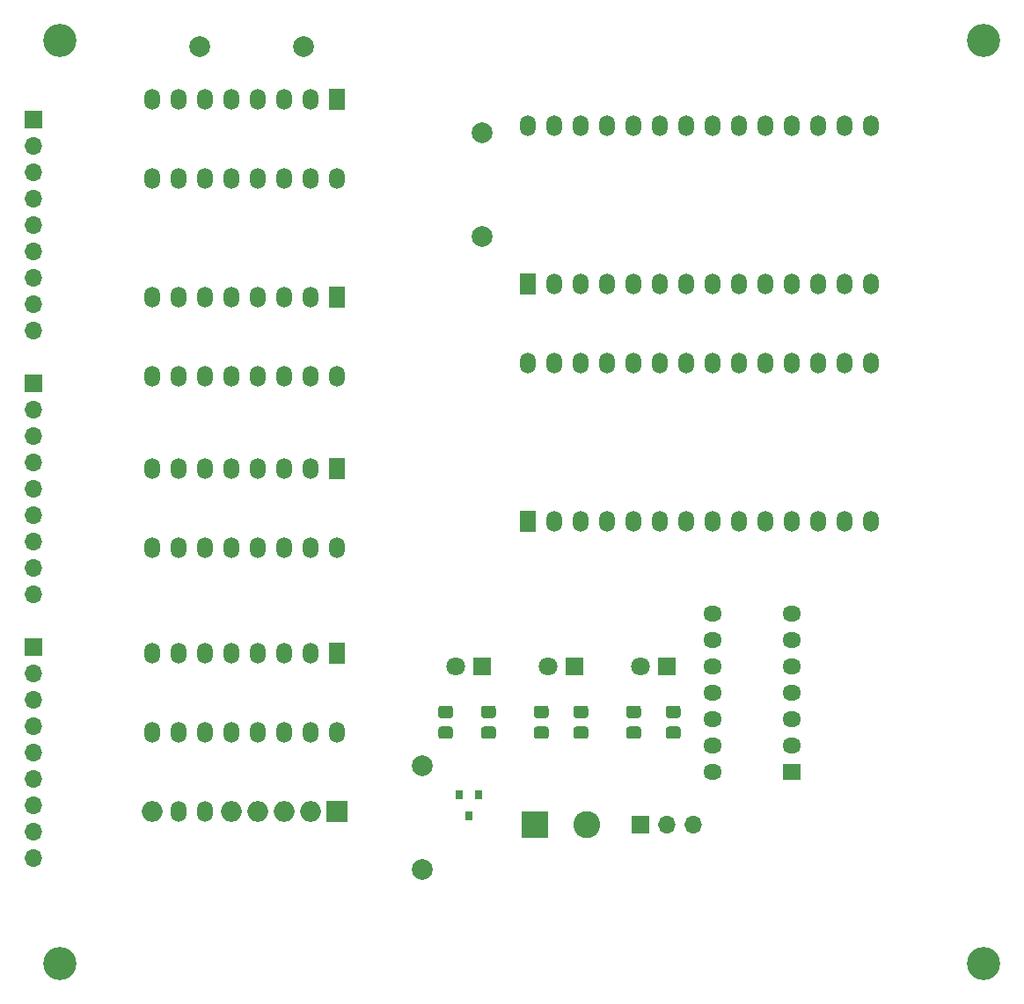
<source format=gbr>
G04 #@! TF.GenerationSoftware,KiCad,Pcbnew,(5.1.8)-1*
G04 #@! TF.CreationDate,2024-08-14T23:45:20+03:00*
G04 #@! TF.ProjectId,RAM,52414d2e-6b69-4636-9164-5f7063625858,rev?*
G04 #@! TF.SameCoordinates,PXc1c960PYc1c960*
G04 #@! TF.FileFunction,Soldermask,Top*
G04 #@! TF.FilePolarity,Negative*
%FSLAX46Y46*%
G04 Gerber Fmt 4.6, Leading zero omitted, Abs format (unit mm)*
G04 Created by KiCad (PCBNEW (5.1.8)-1) date 2024-08-14 23:45:20*
%MOMM*%
%LPD*%
G01*
G04 APERTURE LIST*
%ADD10O,1.700000X1.700000*%
%ADD11R,1.700000X1.700000*%
%ADD12C,2.600000*%
%ADD13R,2.600000X2.600000*%
%ADD14R,0.800000X0.900000*%
%ADD15C,2.000000*%
%ADD16C,1.800000*%
%ADD17R,1.800000X1.800000*%
%ADD18C,3.200000*%
%ADD19O,1.500000X2.000000*%
%ADD20R,1.500000X2.000000*%
%ADD21O,1.800000X1.500000*%
%ADD22R,1.800000X1.500000*%
%ADD23O,2.000000X2.000000*%
%ADD24R,2.000000X2.000000*%
G04 APERTURE END LIST*
D10*
X2540000Y-83820000D03*
X2540000Y-81280000D03*
X2540000Y-78740000D03*
X2540000Y-76200000D03*
X2540000Y-73660000D03*
X2540000Y-71120000D03*
X2540000Y-68580000D03*
X2540000Y-66040000D03*
D11*
X2540000Y-63500000D03*
D10*
X2540000Y-58420000D03*
X2540000Y-55880000D03*
X2540000Y-53340000D03*
X2540000Y-50800000D03*
X2540000Y-48260000D03*
X2540000Y-45720000D03*
X2540000Y-43180000D03*
X2540000Y-40640000D03*
D11*
X2540000Y-38100000D03*
D10*
X2540000Y-33020000D03*
X2540000Y-30480000D03*
X2540000Y-27940000D03*
X2540000Y-25400000D03*
X2540000Y-22860000D03*
X2540000Y-20320000D03*
X2540000Y-17780000D03*
X2540000Y-15240000D03*
D11*
X2540000Y-12700000D03*
D12*
X55800000Y-80645000D03*
D13*
X50800000Y-80645000D03*
D10*
X66040000Y-80645000D03*
X63500000Y-80645000D03*
D11*
X60960000Y-80645000D03*
D14*
X44450000Y-79740000D03*
X43500000Y-77740000D03*
X45400000Y-77740000D03*
D15*
X45720000Y-23970000D03*
X45720000Y-13970000D03*
X18575000Y-5715000D03*
X28575000Y-5715000D03*
D16*
X43180000Y-65405000D03*
D17*
X45720000Y-65405000D03*
D16*
X52070000Y-65405000D03*
D17*
X54610000Y-65405000D03*
D16*
X60960000Y-65405000D03*
D17*
X63500000Y-65405000D03*
D18*
X93980000Y-93980000D03*
X93980000Y-5080000D03*
X5080000Y-93980000D03*
X5080000Y-5080000D03*
D19*
X50165000Y-36195000D03*
X83185000Y-51435000D03*
X52705000Y-36195000D03*
X80645000Y-51435000D03*
X55245000Y-36195000D03*
X78105000Y-51435000D03*
X57785000Y-36195000D03*
X75565000Y-51435000D03*
X60325000Y-36195000D03*
X73025000Y-51435000D03*
X62865000Y-36195000D03*
X70485000Y-51435000D03*
X65405000Y-36195000D03*
X67945000Y-51435000D03*
X67945000Y-36195000D03*
X65405000Y-51435000D03*
X70485000Y-36195000D03*
X62865000Y-51435000D03*
X73025000Y-36195000D03*
X60325000Y-51435000D03*
X75565000Y-36195000D03*
X57785000Y-51435000D03*
X78105000Y-36195000D03*
X55245000Y-51435000D03*
X80645000Y-36195000D03*
X52705000Y-51435000D03*
X83185000Y-36195000D03*
D20*
X50165000Y-51435000D03*
D21*
X67945000Y-75565000D03*
X75565000Y-60325000D03*
X67945000Y-73025000D03*
X75565000Y-62865000D03*
X67945000Y-70485000D03*
X75565000Y-65405000D03*
X67945000Y-67945000D03*
X75565000Y-67945000D03*
X67945000Y-65405000D03*
X75565000Y-70485000D03*
X67945000Y-62865000D03*
X75565000Y-73025000D03*
X67945000Y-60325000D03*
D22*
X75565000Y-75565000D03*
D15*
X40005000Y-84930000D03*
X40005000Y-74930000D03*
D23*
X13970000Y-79375000D03*
D19*
X16510000Y-79375000D03*
X19050000Y-79375000D03*
D23*
X21590000Y-79375000D03*
X24130000Y-79375000D03*
X26670000Y-79375000D03*
X29210000Y-79375000D03*
D24*
X31750000Y-79375000D03*
G36*
G01*
X60775001Y-70355000D02*
X59874999Y-70355000D01*
G75*
G02*
X59625000Y-70105001I0J249999D01*
G01*
X59625000Y-69404999D01*
G75*
G02*
X59874999Y-69155000I249999J0D01*
G01*
X60775001Y-69155000D01*
G75*
G02*
X61025000Y-69404999I0J-249999D01*
G01*
X61025000Y-70105001D01*
G75*
G02*
X60775001Y-70355000I-249999J0D01*
G01*
G37*
G36*
G01*
X60775001Y-72355000D02*
X59874999Y-72355000D01*
G75*
G02*
X59625000Y-72105001I0J249999D01*
G01*
X59625000Y-71404999D01*
G75*
G02*
X59874999Y-71155000I249999J0D01*
G01*
X60775001Y-71155000D01*
G75*
G02*
X61025000Y-71404999I0J-249999D01*
G01*
X61025000Y-72105001D01*
G75*
G02*
X60775001Y-72355000I-249999J0D01*
G01*
G37*
G36*
G01*
X51885001Y-72355000D02*
X50984999Y-72355000D01*
G75*
G02*
X50735000Y-72105001I0J249999D01*
G01*
X50735000Y-71404999D01*
G75*
G02*
X50984999Y-71155000I249999J0D01*
G01*
X51885001Y-71155000D01*
G75*
G02*
X52135000Y-71404999I0J-249999D01*
G01*
X52135000Y-72105001D01*
G75*
G02*
X51885001Y-72355000I-249999J0D01*
G01*
G37*
G36*
G01*
X51885001Y-70355000D02*
X50984999Y-70355000D01*
G75*
G02*
X50735000Y-70105001I0J249999D01*
G01*
X50735000Y-69404999D01*
G75*
G02*
X50984999Y-69155000I249999J0D01*
G01*
X51885001Y-69155000D01*
G75*
G02*
X52135000Y-69404999I0J-249999D01*
G01*
X52135000Y-70105001D01*
G75*
G02*
X51885001Y-70355000I-249999J0D01*
G01*
G37*
G36*
G01*
X42677501Y-70355000D02*
X41777499Y-70355000D01*
G75*
G02*
X41527500Y-70105001I0J249999D01*
G01*
X41527500Y-69404999D01*
G75*
G02*
X41777499Y-69155000I249999J0D01*
G01*
X42677501Y-69155000D01*
G75*
G02*
X42927500Y-69404999I0J-249999D01*
G01*
X42927500Y-70105001D01*
G75*
G02*
X42677501Y-70355000I-249999J0D01*
G01*
G37*
G36*
G01*
X42677501Y-72355000D02*
X41777499Y-72355000D01*
G75*
G02*
X41527500Y-72105001I0J249999D01*
G01*
X41527500Y-71404999D01*
G75*
G02*
X41777499Y-71155000I249999J0D01*
G01*
X42677501Y-71155000D01*
G75*
G02*
X42927500Y-71404999I0J-249999D01*
G01*
X42927500Y-72105001D01*
G75*
G02*
X42677501Y-72355000I-249999J0D01*
G01*
G37*
D20*
X31750000Y-10795000D03*
D19*
X13970000Y-18415000D03*
X29210000Y-10795000D03*
X16510000Y-18415000D03*
X26670000Y-10795000D03*
X19050000Y-18415000D03*
X24130000Y-10795000D03*
X21590000Y-18415000D03*
X21590000Y-10795000D03*
X24130000Y-18415000D03*
X19050000Y-10795000D03*
X26670000Y-18415000D03*
X16510000Y-10795000D03*
X29210000Y-18415000D03*
X13970000Y-10795000D03*
X31750000Y-18415000D03*
D20*
X50165000Y-28575000D03*
D19*
X83185000Y-13335000D03*
X52705000Y-28575000D03*
X80645000Y-13335000D03*
X55245000Y-28575000D03*
X78105000Y-13335000D03*
X57785000Y-28575000D03*
X75565000Y-13335000D03*
X60325000Y-28575000D03*
X73025000Y-13335000D03*
X62865000Y-28575000D03*
X70485000Y-13335000D03*
X65405000Y-28575000D03*
X67945000Y-13335000D03*
X67945000Y-28575000D03*
X65405000Y-13335000D03*
X70485000Y-28575000D03*
X62865000Y-13335000D03*
X73025000Y-28575000D03*
X60325000Y-13335000D03*
X75565000Y-28575000D03*
X57785000Y-13335000D03*
X78105000Y-28575000D03*
X55245000Y-13335000D03*
X80645000Y-28575000D03*
X52705000Y-13335000D03*
X83185000Y-28575000D03*
X50165000Y-13335000D03*
X31750000Y-37465000D03*
X13970000Y-29845000D03*
X29210000Y-37465000D03*
X16510000Y-29845000D03*
X26670000Y-37465000D03*
X19050000Y-29845000D03*
X24130000Y-37465000D03*
X21590000Y-29845000D03*
X21590000Y-37465000D03*
X24130000Y-29845000D03*
X19050000Y-37465000D03*
X26670000Y-29845000D03*
X16510000Y-37465000D03*
X29210000Y-29845000D03*
X13970000Y-37465000D03*
D20*
X31750000Y-29845000D03*
X31750000Y-46355000D03*
D19*
X13970000Y-53975000D03*
X29210000Y-46355000D03*
X16510000Y-53975000D03*
X26670000Y-46355000D03*
X19050000Y-53975000D03*
X24130000Y-46355000D03*
X21590000Y-53975000D03*
X21590000Y-46355000D03*
X24130000Y-53975000D03*
X19050000Y-46355000D03*
X26670000Y-53975000D03*
X16510000Y-46355000D03*
X29210000Y-53975000D03*
X13970000Y-46355000D03*
X31750000Y-53975000D03*
X31750000Y-71755000D03*
X13970000Y-64135000D03*
X29210000Y-71755000D03*
X16510000Y-64135000D03*
X26670000Y-71755000D03*
X19050000Y-64135000D03*
X24130000Y-71755000D03*
X21590000Y-64135000D03*
X21590000Y-71755000D03*
X24130000Y-64135000D03*
X19050000Y-71755000D03*
X26670000Y-64135000D03*
X16510000Y-71755000D03*
X29210000Y-64135000D03*
X13970000Y-71755000D03*
D20*
X31750000Y-64135000D03*
G36*
G01*
X64585001Y-72355000D02*
X63684999Y-72355000D01*
G75*
G02*
X63435000Y-72105001I0J249999D01*
G01*
X63435000Y-71404999D01*
G75*
G02*
X63684999Y-71155000I249999J0D01*
G01*
X64585001Y-71155000D01*
G75*
G02*
X64835000Y-71404999I0J-249999D01*
G01*
X64835000Y-72105001D01*
G75*
G02*
X64585001Y-72355000I-249999J0D01*
G01*
G37*
G36*
G01*
X64585001Y-70355000D02*
X63684999Y-70355000D01*
G75*
G02*
X63435000Y-70105001I0J249999D01*
G01*
X63435000Y-69404999D01*
G75*
G02*
X63684999Y-69155000I249999J0D01*
G01*
X64585001Y-69155000D01*
G75*
G02*
X64835000Y-69404999I0J-249999D01*
G01*
X64835000Y-70105001D01*
G75*
G02*
X64585001Y-70355000I-249999J0D01*
G01*
G37*
G36*
G01*
X55695001Y-70355000D02*
X54794999Y-70355000D01*
G75*
G02*
X54545000Y-70105001I0J249999D01*
G01*
X54545000Y-69404999D01*
G75*
G02*
X54794999Y-69155000I249999J0D01*
G01*
X55695001Y-69155000D01*
G75*
G02*
X55945000Y-69404999I0J-249999D01*
G01*
X55945000Y-70105001D01*
G75*
G02*
X55695001Y-70355000I-249999J0D01*
G01*
G37*
G36*
G01*
X55695001Y-72355000D02*
X54794999Y-72355000D01*
G75*
G02*
X54545000Y-72105001I0J249999D01*
G01*
X54545000Y-71404999D01*
G75*
G02*
X54794999Y-71155000I249999J0D01*
G01*
X55695001Y-71155000D01*
G75*
G02*
X55945000Y-71404999I0J-249999D01*
G01*
X55945000Y-72105001D01*
G75*
G02*
X55695001Y-72355000I-249999J0D01*
G01*
G37*
G36*
G01*
X46805001Y-72355000D02*
X45904999Y-72355000D01*
G75*
G02*
X45655000Y-72105001I0J249999D01*
G01*
X45655000Y-71404999D01*
G75*
G02*
X45904999Y-71155000I249999J0D01*
G01*
X46805001Y-71155000D01*
G75*
G02*
X47055000Y-71404999I0J-249999D01*
G01*
X47055000Y-72105001D01*
G75*
G02*
X46805001Y-72355000I-249999J0D01*
G01*
G37*
G36*
G01*
X46805001Y-70355000D02*
X45904999Y-70355000D01*
G75*
G02*
X45655000Y-70105001I0J249999D01*
G01*
X45655000Y-69404999D01*
G75*
G02*
X45904999Y-69155000I249999J0D01*
G01*
X46805001Y-69155000D01*
G75*
G02*
X47055000Y-69404999I0J-249999D01*
G01*
X47055000Y-70105001D01*
G75*
G02*
X46805001Y-70355000I-249999J0D01*
G01*
G37*
M02*

</source>
